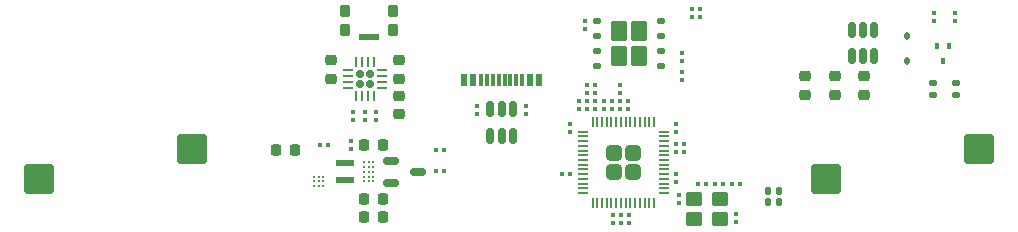
<source format=gbr>
%TF.GenerationSoftware,KiCad,Pcbnew,9.0.3*%
%TF.CreationDate,2025-07-16T18:33:31-04:00*%
%TF.ProjectId,board,626f6172-642e-46b6-9963-61645f706362,rev?*%
%TF.SameCoordinates,Original*%
%TF.FileFunction,Paste,Bot*%
%TF.FilePolarity,Positive*%
%FSLAX46Y46*%
G04 Gerber Fmt 4.6, Leading zero omitted, Abs format (unit mm)*
G04 Created by KiCad (PCBNEW 9.0.3) date 2025-07-16 18:33:31*
%MOMM*%
%LPD*%
G01*
G04 APERTURE LIST*
G04 Aperture macros list*
%AMRoundRect*
0 Rectangle with rounded corners*
0 $1 Rounding radius*
0 $2 $3 $4 $5 $6 $7 $8 $9 X,Y pos of 4 corners*
0 Add a 4 corners polygon primitive as box body*
4,1,4,$2,$3,$4,$5,$6,$7,$8,$9,$2,$3,0*
0 Add four circle primitives for the rounded corners*
1,1,$1+$1,$2,$3*
1,1,$1+$1,$4,$5*
1,1,$1+$1,$6,$7*
1,1,$1+$1,$8,$9*
0 Add four rect primitives between the rounded corners*
20,1,$1+$1,$2,$3,$4,$5,0*
20,1,$1+$1,$4,$5,$6,$7,0*
20,1,$1+$1,$6,$7,$8,$9,0*
20,1,$1+$1,$8,$9,$2,$3,0*%
G04 Aperture macros list end*
%ADD10RoundRect,0.079500X0.100500X-0.079500X0.100500X0.079500X-0.100500X0.079500X-0.100500X-0.079500X0*%
%ADD11RoundRect,0.225000X0.250000X-0.225000X0.250000X0.225000X-0.250000X0.225000X-0.250000X-0.225000X0*%
%ADD12RoundRect,0.079500X-0.100500X0.079500X-0.100500X-0.079500X0.100500X-0.079500X0.100500X0.079500X0*%
%ADD13RoundRect,0.225000X-0.250000X0.225000X-0.250000X-0.225000X0.250000X-0.225000X0.250000X0.225000X0*%
%ADD14RoundRect,0.062500X-0.062500X-0.375000X0.062500X-0.375000X0.062500X0.375000X-0.062500X0.375000X0*%
%ADD15RoundRect,0.062500X-0.375000X-0.062500X0.375000X-0.062500X0.375000X0.062500X-0.375000X0.062500X0*%
%ADD16RoundRect,0.160000X-0.160000X-0.160000X0.160000X-0.160000X0.160000X0.160000X-0.160000X0.160000X0*%
%ADD17RoundRect,0.112500X-0.112500X0.187500X-0.112500X-0.187500X0.112500X-0.187500X0.112500X0.187500X0*%
%ADD18RoundRect,0.225000X-0.225000X-0.250000X0.225000X-0.250000X0.225000X0.250000X-0.225000X0.250000X0*%
%ADD19RoundRect,0.150000X-0.512500X-0.150000X0.512500X-0.150000X0.512500X0.150000X-0.512500X0.150000X0*%
%ADD20C,0.270000*%
%ADD21RoundRect,0.137500X-0.662500X0.137500X-0.662500X-0.137500X0.662500X-0.137500X0.662500X0.137500X0*%
%ADD22RoundRect,0.250000X0.450000X0.350000X-0.450000X0.350000X-0.450000X-0.350000X0.450000X-0.350000X0*%
%ADD23RoundRect,0.079500X-0.079500X-0.100500X0.079500X-0.100500X0.079500X0.100500X-0.079500X0.100500X0*%
%ADD24RoundRect,0.050000X0.050000X0.387500X-0.050000X0.387500X-0.050000X-0.387500X0.050000X-0.387500X0*%
%ADD25RoundRect,0.050000X0.387500X0.050000X-0.387500X0.050000X-0.387500X-0.050000X0.387500X-0.050000X0*%
%ADD26RoundRect,0.249999X0.395001X0.395001X-0.395001X0.395001X-0.395001X-0.395001X0.395001X-0.395001X0*%
%ADD27RoundRect,0.079500X0.079500X0.100500X-0.079500X0.100500X-0.079500X-0.100500X0.079500X-0.100500X0*%
%ADD28RoundRect,0.150000X0.150000X-0.512500X0.150000X0.512500X-0.150000X0.512500X-0.150000X-0.512500X0*%
%ADD29R,0.600000X1.100000*%
%ADD30R,0.300000X1.100000*%
%ADD31RoundRect,0.100000X0.100000X-0.155000X0.100000X0.155000X-0.100000X0.155000X-0.100000X-0.155000X0*%
%ADD32RoundRect,0.082500X-0.767500X-0.192500X0.767500X-0.192500X0.767500X0.192500X-0.767500X0.192500X0*%
%ADD33RoundRect,0.135000X-0.315000X-0.365000X0.315000X-0.365000X0.315000X0.365000X-0.315000X0.365000X0*%
%ADD34RoundRect,0.250000X1.025000X1.000000X-1.025000X1.000000X-1.025000X-1.000000X1.025000X-1.000000X0*%
%ADD35RoundRect,0.135000X-0.185000X0.135000X-0.185000X-0.135000X0.185000X-0.135000X0.185000X0.135000X0*%
%ADD36RoundRect,0.140000X-0.140000X-0.170000X0.140000X-0.170000X0.140000X0.170000X-0.140000X0.170000X0*%
%ADD37RoundRect,0.218750X-0.256250X0.218750X-0.256250X-0.218750X0.256250X-0.218750X0.256250X0.218750X0*%
%ADD38RoundRect,0.150000X-0.150000X0.512500X-0.150000X-0.512500X0.150000X-0.512500X0.150000X0.512500X0*%
%ADD39RoundRect,0.225000X0.225000X0.250000X-0.225000X0.250000X-0.225000X-0.250000X0.225000X-0.250000X0*%
%ADD40RoundRect,0.250000X0.435000X0.615000X-0.435000X0.615000X-0.435000X-0.615000X0.435000X-0.615000X0*%
%ADD41RoundRect,0.125000X0.250000X0.125000X-0.250000X0.125000X-0.250000X-0.125000X0.250000X-0.125000X0*%
G04 APERTURE END LIST*
D10*
%TO.C,C18*%
X52400000Y-29100000D03*
X52400000Y-29790000D03*
%TD*%
D11*
%TO.C,C21*%
X48575001Y-24774999D03*
X48575001Y-26324999D03*
%TD*%
%TO.C,C17*%
X54337501Y-29325004D03*
X54337501Y-27775004D03*
%TD*%
D10*
%TO.C,R10*%
X51437500Y-29794999D03*
X51437500Y-29104999D03*
%TD*%
D12*
%TO.C,R11*%
X50437502Y-29104999D03*
X50437502Y-29794999D03*
%TD*%
D13*
%TO.C,C20*%
X54337504Y-24774999D03*
X54337504Y-26324999D03*
%TD*%
D14*
%TO.C,U4*%
X50687500Y-27787500D03*
X51187500Y-27787500D03*
X51687500Y-27787500D03*
X52187500Y-27787500D03*
D15*
X52875000Y-27100000D03*
X52875000Y-26600000D03*
X52875000Y-26100000D03*
X52875000Y-25600000D03*
D14*
X52187500Y-24912500D03*
X51687500Y-24912500D03*
X51187500Y-24912500D03*
X50687500Y-24912500D03*
D15*
X50000000Y-25600000D03*
X50000000Y-26100000D03*
X50000000Y-26600000D03*
X50000000Y-27100000D03*
D16*
X51837500Y-26750000D03*
X51837500Y-25950000D03*
X51037500Y-26750000D03*
X51037500Y-25950000D03*
%TD*%
D17*
%TO.C,D1*%
X97295001Y-24800000D03*
X97295001Y-22700000D03*
%TD*%
D18*
%TO.C,C29*%
X51387499Y-36500000D03*
X52937499Y-36500000D03*
%TD*%
%TO.C,C27*%
X51387500Y-31899999D03*
X52937500Y-31899999D03*
%TD*%
D19*
%TO.C,U5*%
X53662500Y-35149999D03*
X53662500Y-33250001D03*
X55937500Y-34200000D03*
%TD*%
D20*
%TO.C,U6*%
X52137501Y-33400000D03*
X51737501Y-33400001D03*
X51337501Y-33400000D03*
X52137501Y-33800000D03*
X51737501Y-33800000D03*
X51337501Y-33800000D03*
X52137501Y-34200000D03*
X51737501Y-34200000D03*
X51337501Y-34200000D03*
X52137501Y-34600000D03*
X51737501Y-34600000D03*
X51337501Y-34600000D03*
X52137501Y-35000000D03*
X51737501Y-34999999D03*
X51337501Y-35000000D03*
%TD*%
D18*
%TO.C,C30*%
X51387500Y-38000000D03*
X52937500Y-38000000D03*
%TD*%
D10*
%TO.C,C28*%
X50262500Y-32244999D03*
X50262500Y-31554999D03*
%TD*%
D21*
%TO.C,L1*%
X49737500Y-33475001D03*
X49737500Y-34924999D03*
%TD*%
D22*
%TO.C,Y1*%
X81530000Y-36530000D03*
X79330000Y-36530000D03*
X79330000Y-38230000D03*
X81530000Y-38230000D03*
%TD*%
D23*
%TO.C,C25*%
X79600000Y-35200000D03*
X80290000Y-35200000D03*
%TD*%
D12*
%TO.C,R12*%
X78300000Y-24155000D03*
X78300000Y-24845000D03*
%TD*%
D23*
%TO.C,C23*%
X81075000Y-35200000D03*
X81765000Y-35200000D03*
%TD*%
D10*
%TO.C,C3*%
X70230000Y-27510000D03*
X70230000Y-26820000D03*
%TD*%
%TO.C,C6*%
X68820000Y-30135000D03*
X68820000Y-30825000D03*
%TD*%
%TO.C,C12*%
X70930762Y-28915000D03*
X70930762Y-28225000D03*
%TD*%
D12*
%TO.C,C11*%
X70930000Y-26820000D03*
X70930000Y-27510000D03*
%TD*%
%TO.C,C2*%
X73100000Y-37885000D03*
X73100000Y-38575000D03*
%TD*%
D10*
%TO.C,R6*%
X72330761Y-28915002D03*
X72330761Y-28225002D03*
%TD*%
D12*
%TO.C,C7*%
X77800000Y-35090000D03*
X77800000Y-34400000D03*
%TD*%
%TO.C,R7*%
X71630763Y-28225000D03*
X71630763Y-28915000D03*
%TD*%
D10*
%TO.C,C13*%
X73730000Y-28915000D03*
X73730000Y-28225000D03*
%TD*%
D24*
%TO.C,U2*%
X75900000Y-29962500D03*
X75499999Y-29962500D03*
X75100000Y-29962500D03*
X74700000Y-29962500D03*
X74300000Y-29962500D03*
X73900001Y-29962500D03*
X73500000Y-29962500D03*
X73100000Y-29962500D03*
X72699999Y-29962500D03*
X72300000Y-29962500D03*
X71900000Y-29962500D03*
X71500000Y-29962500D03*
X71100001Y-29962500D03*
X70700000Y-29962500D03*
D25*
X69862500Y-30800000D03*
X69862500Y-31200001D03*
X69862500Y-31600000D03*
X69862500Y-32000000D03*
X69862500Y-32400000D03*
X69862500Y-32799999D03*
X69862500Y-33200000D03*
X69862500Y-33600000D03*
X69862500Y-34000001D03*
X69862500Y-34400000D03*
X69862500Y-34800000D03*
X69862500Y-35200000D03*
X69862500Y-35599999D03*
X69862500Y-36000000D03*
D24*
X70700000Y-36837500D03*
X71100001Y-36837500D03*
X71500000Y-36837500D03*
X71900000Y-36837500D03*
X72300000Y-36837500D03*
X72699999Y-36837500D03*
X73100000Y-36837500D03*
X73500000Y-36837500D03*
X73900001Y-36837500D03*
X74300000Y-36837500D03*
X74700000Y-36837500D03*
X75100000Y-36837500D03*
X75499999Y-36837500D03*
X75900000Y-36837500D03*
D25*
X76737500Y-36000000D03*
X76737500Y-35599999D03*
X76737500Y-35200000D03*
X76737500Y-34800000D03*
X76737500Y-34400000D03*
X76737500Y-34000001D03*
X76737500Y-33600000D03*
X76737500Y-33200000D03*
X76737500Y-32799999D03*
X76737500Y-32400000D03*
X76737500Y-32000000D03*
X76737500Y-31600000D03*
X76737500Y-31200001D03*
X76737500Y-30800000D03*
D26*
X72500000Y-32600000D03*
X72500000Y-34200000D03*
X74100000Y-32600000D03*
X74100000Y-34200000D03*
%TD*%
D12*
%TO.C,C10*%
X69530000Y-28225000D03*
X69530000Y-28915000D03*
%TD*%
D10*
%TO.C,C9*%
X73030762Y-28915000D03*
X73030762Y-28225000D03*
%TD*%
D12*
%TO.C,C14*%
X72400001Y-37885002D03*
X72400001Y-38575002D03*
%TD*%
D10*
%TO.C,C8*%
X70230000Y-28915000D03*
X70230000Y-28225000D03*
%TD*%
D27*
%TO.C,C4*%
X68125000Y-34400000D03*
X68815000Y-34400000D03*
%TD*%
D10*
%TO.C,C5*%
X77780000Y-30135000D03*
X77780000Y-30825000D03*
%TD*%
%TO.C,C1*%
X73030000Y-26825000D03*
X73030000Y-27515000D03*
%TD*%
D28*
%TO.C,U1*%
X63949999Y-31137500D03*
X63000000Y-31137500D03*
X62050001Y-31137500D03*
X62050001Y-28862500D03*
X63000000Y-28862500D03*
X63949999Y-28862500D03*
%TD*%
D10*
%TO.C,R3*%
X60929999Y-29285000D03*
X60929999Y-28595000D03*
%TD*%
D12*
%TO.C,R2*%
X65079999Y-28605000D03*
X65079999Y-29295000D03*
%TD*%
%TO.C,R1*%
X73800000Y-37885000D03*
X73800000Y-38575000D03*
%TD*%
D29*
%TO.C,J1*%
X59800000Y-26450000D03*
X60600000Y-26450000D03*
D30*
X61750000Y-26450000D03*
X62750000Y-26450000D03*
X63250000Y-26450000D03*
X64250000Y-26450000D03*
D29*
X66200000Y-26450000D03*
X65400000Y-26450000D03*
D30*
X64750000Y-26450000D03*
X63750000Y-26450000D03*
X62250000Y-26450000D03*
X61250000Y-26450000D03*
%TD*%
D31*
%TO.C,Q1*%
X100345000Y-24845000D03*
X100845000Y-23555001D03*
X99845000Y-23555001D03*
%TD*%
D32*
%TO.C,SW3*%
X51750001Y-22825000D03*
D33*
X53800000Y-20600000D03*
X49700002Y-20600000D03*
X53800000Y-22200000D03*
X49700002Y-22200000D03*
%TD*%
D10*
%TO.C,C15*%
X78000000Y-36155000D03*
X78000000Y-36845000D03*
%TD*%
D12*
%TO.C,C16*%
X82880000Y-38440000D03*
X82880000Y-37750000D03*
%TD*%
D34*
%TO.C,SW1*%
X36785000Y-32240000D03*
X23858000Y-34780000D03*
%TD*%
%TO.C,SW2*%
X90458000Y-34780000D03*
X103385000Y-32240000D03*
%TD*%
D35*
%TO.C,R14*%
X99500000Y-27709999D03*
X99500000Y-26690001D03*
%TD*%
D36*
%TO.C,C22*%
X86480000Y-36720000D03*
X85520000Y-36720000D03*
%TD*%
D35*
%TO.C,R15*%
X101490000Y-27709999D03*
X101490000Y-26690001D03*
%TD*%
D37*
%TO.C,L2*%
X93720000Y-27687501D03*
X93720000Y-26112499D03*
%TD*%
D13*
%TO.C,C35*%
X91210000Y-27675000D03*
X91210000Y-26125000D03*
%TD*%
D12*
%TO.C,R19*%
X101394999Y-21425000D03*
X101394999Y-20735000D03*
%TD*%
%TO.C,C32*%
X99645000Y-21424999D03*
X99645000Y-20734999D03*
%TD*%
D13*
%TO.C,C31*%
X88700000Y-27675000D03*
X88700000Y-26125000D03*
%TD*%
D38*
%TO.C,U7*%
X92650001Y-24437500D03*
X93600000Y-24437500D03*
X94549999Y-24437500D03*
X94549999Y-22162500D03*
X93600000Y-22162500D03*
X92650001Y-22162500D03*
%TD*%
D23*
%TO.C,C24*%
X83165000Y-35200000D03*
X82475000Y-35200000D03*
%TD*%
%TO.C,R5*%
X78470000Y-32550000D03*
X77780000Y-32550000D03*
%TD*%
D12*
%TO.C,R8*%
X79800000Y-21100000D03*
X79800000Y-20410000D03*
%TD*%
D27*
%TO.C,R16*%
X58100000Y-34100000D03*
X57410000Y-34100000D03*
%TD*%
%TO.C,R17*%
X58100000Y-32350000D03*
X57410000Y-32350000D03*
%TD*%
%TO.C,C34*%
X48275000Y-31940000D03*
X47585000Y-31940000D03*
%TD*%
D39*
%TO.C,C33*%
X45475000Y-32320000D03*
X43925000Y-32320000D03*
%TD*%
D20*
%TO.C,U8*%
X47900000Y-34600000D03*
X47500000Y-34600000D03*
X47100000Y-34600000D03*
X47900000Y-35000000D03*
X47500000Y-35000000D03*
X47100000Y-35000000D03*
X47900000Y-35400000D03*
X47500000Y-35400000D03*
X47100000Y-35400000D03*
%TD*%
D12*
%TO.C,C19*%
X70100000Y-21400000D03*
X70100000Y-22090000D03*
%TD*%
D27*
%TO.C,R4*%
X77780000Y-31850000D03*
X78470000Y-31850000D03*
%TD*%
D12*
%TO.C,R9*%
X79100000Y-21100000D03*
X79100000Y-20410000D03*
%TD*%
D40*
%TO.C,U3*%
X74650000Y-22240000D03*
X74650000Y-24390000D03*
X72950000Y-22240000D03*
X72950000Y-24390000D03*
D41*
X76500000Y-21410000D03*
X76500000Y-22680000D03*
X76500000Y-23950000D03*
X76500000Y-25220000D03*
X71100000Y-25220000D03*
X71100000Y-23950000D03*
X71100000Y-22680000D03*
X71100000Y-21410000D03*
%TD*%
D12*
%TO.C,R13*%
X78300000Y-26400000D03*
X78300000Y-25710000D03*
%TD*%
D36*
%TO.C,C26*%
X86480000Y-35800000D03*
X85520000Y-35800000D03*
%TD*%
M02*

</source>
